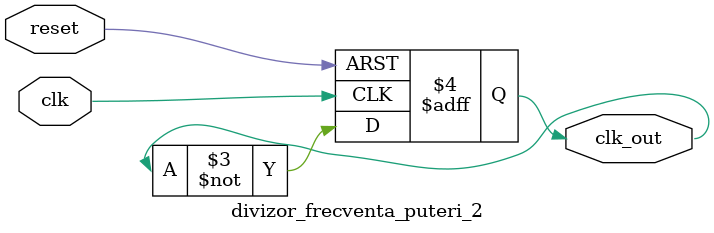
<source format=v>
`timescale 1ns / 1ps
module divizor_frecventa_puteri_2(
        input clk,
        input reset,
        output reg clk_out
    );

always @(posedge clk, posedge reset) begin
    if(reset==1) begin
        clk_out<=0;
    end
    else begin
        clk_out<=~clk_out;
    end
end
endmodule

</source>
